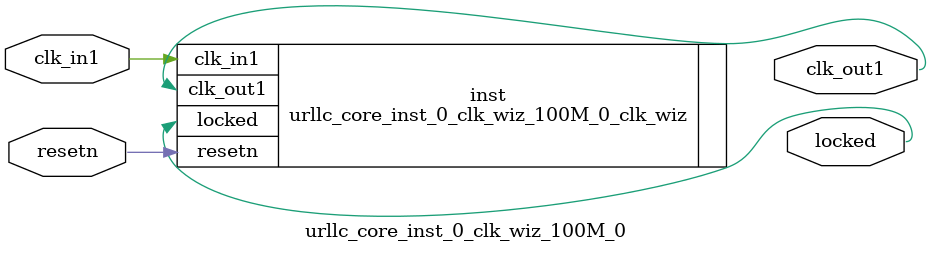
<source format=v>


`timescale 1ps/1ps

(* CORE_GENERATION_INFO = "urllc_core_inst_0_clk_wiz_100M_0,clk_wiz_v6_0_8_0_0,{component_name=urllc_core_inst_0_clk_wiz_100M_0,use_phase_alignment=true,use_min_o_jitter=false,use_max_i_jitter=false,use_dyn_phase_shift=false,use_inclk_switchover=false,use_dyn_reconfig=false,enable_axi=0,feedback_source=FDBK_AUTO,PRIMITIVE=PLL,num_out_clk=1,clkin1_period=20.000,clkin2_period=10.000,use_power_down=false,use_reset=true,use_locked=true,use_inclk_stopped=false,feedback_type=SINGLE,CLOCK_MGR_TYPE=NA,manual_override=false}" *)

module urllc_core_inst_0_clk_wiz_100M_0 
 (
  // Clock out ports
  output        clk_out1,
  // Status and control signals
  input         resetn,
  output        locked,
 // Clock in ports
  input         clk_in1
 );

  urllc_core_inst_0_clk_wiz_100M_0_clk_wiz inst
  (
  // Clock out ports  
  .clk_out1(clk_out1),
  // Status and control signals               
  .resetn(resetn), 
  .locked(locked),
 // Clock in ports
  .clk_in1(clk_in1)
  );

endmodule

</source>
